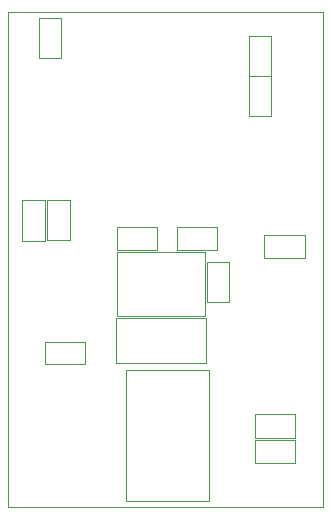
<source format=gbr>
%TF.GenerationSoftware,KiCad,Pcbnew,(5.1.7)-1*%
%TF.CreationDate,2021-09-18T16:18:18+01:00*%
%TF.ProjectId,RcCtlHw,52634374-6c48-4772-9e6b-696361645f70,rev?*%
%TF.SameCoordinates,Original*%
%TF.FileFunction,Other,User*%
%FSLAX46Y46*%
G04 Gerber Fmt 4.6, Leading zero omitted, Abs format (unit mm)*
G04 Created by KiCad (PCBNEW (5.1.7)-1) date 2021-09-18 16:18:18*
%MOMM*%
%LPD*%
G01*
G04 APERTURE LIST*
%TA.AperFunction,Profile*%
%ADD10C,0.050000*%
%TD*%
%ADD11C,0.050000*%
G04 APERTURE END LIST*
D10*
X114300000Y-84455000D02*
X140970000Y-84455000D01*
X140970000Y-84455000D02*
X140970000Y-84836000D01*
X114300000Y-84709000D02*
X114300000Y-84455000D01*
X140970000Y-126365000D02*
X140970000Y-119380000D01*
X114300000Y-126365000D02*
X140970000Y-126365000D01*
X114300000Y-119380000D02*
X114300000Y-126365000D01*
X114300000Y-119380000D02*
X114300000Y-84709000D01*
X140970000Y-84836000D02*
X140970000Y-119380000D01*
D11*
%TO.C,R3*%
X120806000Y-114234000D02*
X117446000Y-114234000D01*
X120806000Y-112334000D02*
X120806000Y-114234000D01*
X117446000Y-112334000D02*
X120806000Y-112334000D01*
X117446000Y-114234000D02*
X117446000Y-112334000D01*
%TO.C,C1*%
X132002000Y-102652000D02*
X132002000Y-104612000D01*
X132002000Y-104612000D02*
X128602000Y-104612000D01*
X128602000Y-104612000D02*
X128602000Y-102652000D01*
X128602000Y-102652000D02*
X132002000Y-102652000D01*
%TO.C,C2*%
X123522000Y-104612000D02*
X123522000Y-102652000D01*
X123522000Y-102652000D02*
X126922000Y-102652000D01*
X126922000Y-102652000D02*
X126922000Y-104612000D01*
X126922000Y-104612000D02*
X123522000Y-104612000D01*
%TO.C,R2*%
X131074000Y-110348000D02*
X131074000Y-114188000D01*
X131074000Y-114188000D02*
X123434000Y-114188000D01*
X123434000Y-114188000D02*
X123434000Y-110348000D01*
X123434000Y-110348000D02*
X131074000Y-110348000D01*
%TO.C,R6*%
X116906000Y-88294000D02*
X116906000Y-84934000D01*
X118806000Y-88294000D02*
X116906000Y-88294000D01*
X118806000Y-84934000D02*
X118806000Y-88294000D01*
X116906000Y-84934000D02*
X118806000Y-84934000D01*
%TO.C,C4*%
X138590800Y-120686000D02*
X138590800Y-122646000D01*
X138590800Y-122646000D02*
X135190800Y-122646000D01*
X135190800Y-122646000D02*
X135190800Y-120686000D01*
X135190800Y-120686000D02*
X138590800Y-120686000D01*
%TO.C,R1*%
X131130000Y-105635000D02*
X133030000Y-105635000D01*
X133030000Y-105635000D02*
X133030000Y-108995000D01*
X133030000Y-108995000D02*
X131130000Y-108995000D01*
X131130000Y-108995000D02*
X131130000Y-105635000D01*
%TO.C,U1*%
X130954000Y-110142000D02*
X130954000Y-104742000D01*
X130954000Y-104742000D02*
X123554000Y-104742000D01*
X123554000Y-104742000D02*
X123554000Y-110142000D01*
X123554000Y-110142000D02*
X130954000Y-110142000D01*
%TO.C,R8*%
X134686000Y-86458000D02*
X136586000Y-86458000D01*
X136586000Y-86458000D02*
X136586000Y-89818000D01*
X136586000Y-89818000D02*
X134686000Y-89818000D01*
X134686000Y-89818000D02*
X134686000Y-86458000D01*
%TO.C,C3*%
X135206000Y-118501600D02*
X138606000Y-118501600D01*
X135206000Y-120461600D02*
X135206000Y-118501600D01*
X138606000Y-120461600D02*
X135206000Y-120461600D01*
X138606000Y-118501600D02*
X138606000Y-120461600D01*
%TO.C,C5*%
X115428200Y-100382600D02*
X117388200Y-100382600D01*
X117388200Y-100382600D02*
X117388200Y-103782600D01*
X117388200Y-103782600D02*
X115428200Y-103782600D01*
X115428200Y-103782600D02*
X115428200Y-100382600D01*
%TO.C,R7*%
X134686000Y-93247000D02*
X134686000Y-89887000D01*
X136586000Y-93247000D02*
X134686000Y-93247000D01*
X136586000Y-89887000D02*
X136586000Y-93247000D01*
X134686000Y-89887000D02*
X136586000Y-89887000D01*
%TO.C,V1*%
X131262000Y-114719000D02*
X124262000Y-114719000D01*
X124262000Y-114719000D02*
X124262000Y-125819000D01*
X124262000Y-125819000D02*
X131262000Y-125819000D01*
X131262000Y-125819000D02*
X131262000Y-114719000D01*
%TO.C,C7*%
X117587200Y-100357200D02*
X119547200Y-100357200D01*
X119547200Y-100357200D02*
X119547200Y-103757200D01*
X119547200Y-103757200D02*
X117587200Y-103757200D01*
X117587200Y-103757200D02*
X117587200Y-100357200D01*
%TO.C,C8*%
X135993400Y-103287000D02*
X139393400Y-103287000D01*
X135993400Y-105247000D02*
X135993400Y-103287000D01*
X139393400Y-105247000D02*
X135993400Y-105247000D01*
X139393400Y-103287000D02*
X139393400Y-105247000D01*
%TD*%
M02*

</source>
